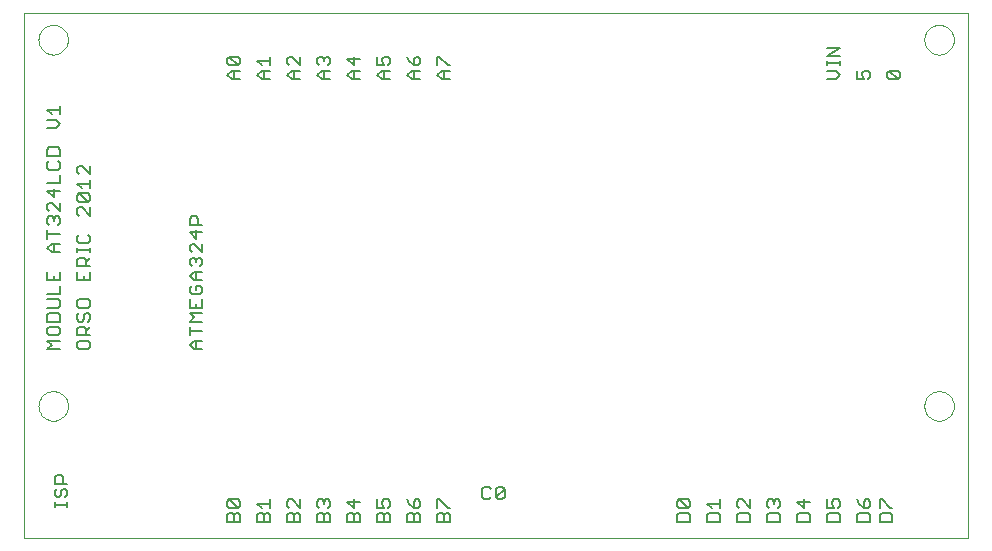
<source format=gto>
G75*
G70*
%OFA0B0*%
%FSLAX24Y24*%
%IPPOS*%
%LPD*%
%AMOC8*
5,1,8,0,0,1.08239X$1,22.5*
%
%ADD10C,0.0000*%
%ADD11C,0.0080*%
D10*
X000181Y000282D02*
X000181Y017782D01*
X031674Y017782D01*
X031674Y000282D01*
X000181Y000282D01*
X000676Y004680D02*
X000678Y004724D01*
X000684Y004768D01*
X000694Y004811D01*
X000707Y004853D01*
X000725Y004893D01*
X000746Y004932D01*
X000770Y004969D01*
X000797Y005004D01*
X000828Y005036D01*
X000861Y005065D01*
X000897Y005091D01*
X000935Y005113D01*
X000975Y005132D01*
X001016Y005148D01*
X001059Y005160D01*
X001102Y005168D01*
X001146Y005172D01*
X001190Y005172D01*
X001234Y005168D01*
X001277Y005160D01*
X001320Y005148D01*
X001361Y005132D01*
X001401Y005113D01*
X001439Y005091D01*
X001475Y005065D01*
X001508Y005036D01*
X001539Y005004D01*
X001566Y004969D01*
X001590Y004932D01*
X001611Y004893D01*
X001629Y004853D01*
X001642Y004811D01*
X001652Y004768D01*
X001658Y004724D01*
X001660Y004680D01*
X001658Y004636D01*
X001652Y004592D01*
X001642Y004549D01*
X001629Y004507D01*
X001611Y004467D01*
X001590Y004428D01*
X001566Y004391D01*
X001539Y004356D01*
X001508Y004324D01*
X001475Y004295D01*
X001439Y004269D01*
X001401Y004247D01*
X001361Y004228D01*
X001320Y004212D01*
X001277Y004200D01*
X001234Y004192D01*
X001190Y004188D01*
X001146Y004188D01*
X001102Y004192D01*
X001059Y004200D01*
X001016Y004212D01*
X000975Y004228D01*
X000935Y004247D01*
X000897Y004269D01*
X000861Y004295D01*
X000828Y004324D01*
X000797Y004356D01*
X000770Y004391D01*
X000746Y004428D01*
X000725Y004467D01*
X000707Y004507D01*
X000694Y004549D01*
X000684Y004592D01*
X000678Y004636D01*
X000676Y004680D01*
X000676Y016885D02*
X000678Y016929D01*
X000684Y016973D01*
X000694Y017016D01*
X000707Y017058D01*
X000725Y017098D01*
X000746Y017137D01*
X000770Y017174D01*
X000797Y017209D01*
X000828Y017241D01*
X000861Y017270D01*
X000897Y017296D01*
X000935Y017318D01*
X000975Y017337D01*
X001016Y017353D01*
X001059Y017365D01*
X001102Y017373D01*
X001146Y017377D01*
X001190Y017377D01*
X001234Y017373D01*
X001277Y017365D01*
X001320Y017353D01*
X001361Y017337D01*
X001401Y017318D01*
X001439Y017296D01*
X001475Y017270D01*
X001508Y017241D01*
X001539Y017209D01*
X001566Y017174D01*
X001590Y017137D01*
X001611Y017098D01*
X001629Y017058D01*
X001642Y017016D01*
X001652Y016973D01*
X001658Y016929D01*
X001660Y016885D01*
X001658Y016841D01*
X001652Y016797D01*
X001642Y016754D01*
X001629Y016712D01*
X001611Y016672D01*
X001590Y016633D01*
X001566Y016596D01*
X001539Y016561D01*
X001508Y016529D01*
X001475Y016500D01*
X001439Y016474D01*
X001401Y016452D01*
X001361Y016433D01*
X001320Y016417D01*
X001277Y016405D01*
X001234Y016397D01*
X001190Y016393D01*
X001146Y016393D01*
X001102Y016397D01*
X001059Y016405D01*
X001016Y016417D01*
X000975Y016433D01*
X000935Y016452D01*
X000897Y016474D01*
X000861Y016500D01*
X000828Y016529D01*
X000797Y016561D01*
X000770Y016596D01*
X000746Y016633D01*
X000725Y016672D01*
X000707Y016712D01*
X000694Y016754D01*
X000684Y016797D01*
X000678Y016841D01*
X000676Y016885D01*
X030203Y016885D02*
X030205Y016929D01*
X030211Y016973D01*
X030221Y017016D01*
X030234Y017058D01*
X030252Y017098D01*
X030273Y017137D01*
X030297Y017174D01*
X030324Y017209D01*
X030355Y017241D01*
X030388Y017270D01*
X030424Y017296D01*
X030462Y017318D01*
X030502Y017337D01*
X030543Y017353D01*
X030586Y017365D01*
X030629Y017373D01*
X030673Y017377D01*
X030717Y017377D01*
X030761Y017373D01*
X030804Y017365D01*
X030847Y017353D01*
X030888Y017337D01*
X030928Y017318D01*
X030966Y017296D01*
X031002Y017270D01*
X031035Y017241D01*
X031066Y017209D01*
X031093Y017174D01*
X031117Y017137D01*
X031138Y017098D01*
X031156Y017058D01*
X031169Y017016D01*
X031179Y016973D01*
X031185Y016929D01*
X031187Y016885D01*
X031185Y016841D01*
X031179Y016797D01*
X031169Y016754D01*
X031156Y016712D01*
X031138Y016672D01*
X031117Y016633D01*
X031093Y016596D01*
X031066Y016561D01*
X031035Y016529D01*
X031002Y016500D01*
X030966Y016474D01*
X030928Y016452D01*
X030888Y016433D01*
X030847Y016417D01*
X030804Y016405D01*
X030761Y016397D01*
X030717Y016393D01*
X030673Y016393D01*
X030629Y016397D01*
X030586Y016405D01*
X030543Y016417D01*
X030502Y016433D01*
X030462Y016452D01*
X030424Y016474D01*
X030388Y016500D01*
X030355Y016529D01*
X030324Y016561D01*
X030297Y016596D01*
X030273Y016633D01*
X030252Y016672D01*
X030234Y016712D01*
X030221Y016754D01*
X030211Y016797D01*
X030205Y016841D01*
X030203Y016885D01*
X030203Y004680D02*
X030205Y004724D01*
X030211Y004768D01*
X030221Y004811D01*
X030234Y004853D01*
X030252Y004893D01*
X030273Y004932D01*
X030297Y004969D01*
X030324Y005004D01*
X030355Y005036D01*
X030388Y005065D01*
X030424Y005091D01*
X030462Y005113D01*
X030502Y005132D01*
X030543Y005148D01*
X030586Y005160D01*
X030629Y005168D01*
X030673Y005172D01*
X030717Y005172D01*
X030761Y005168D01*
X030804Y005160D01*
X030847Y005148D01*
X030888Y005132D01*
X030928Y005113D01*
X030966Y005091D01*
X031002Y005065D01*
X031035Y005036D01*
X031066Y005004D01*
X031093Y004969D01*
X031117Y004932D01*
X031138Y004893D01*
X031156Y004853D01*
X031169Y004811D01*
X031179Y004768D01*
X031185Y004724D01*
X031187Y004680D01*
X031185Y004636D01*
X031179Y004592D01*
X031169Y004549D01*
X031156Y004507D01*
X031138Y004467D01*
X031117Y004428D01*
X031093Y004391D01*
X031066Y004356D01*
X031035Y004324D01*
X031002Y004295D01*
X030966Y004269D01*
X030928Y004247D01*
X030888Y004228D01*
X030847Y004212D01*
X030804Y004200D01*
X030761Y004192D01*
X030717Y004188D01*
X030673Y004188D01*
X030629Y004192D01*
X030586Y004200D01*
X030543Y004212D01*
X030502Y004228D01*
X030462Y004247D01*
X030424Y004269D01*
X030388Y004295D01*
X030355Y004324D01*
X030324Y004356D01*
X030297Y004391D01*
X030273Y004428D01*
X030252Y004467D01*
X030234Y004507D01*
X030221Y004549D01*
X030211Y004592D01*
X030205Y004636D01*
X030203Y004680D01*
D11*
X028791Y001563D02*
X029071Y001283D01*
X029141Y001283D01*
X029071Y001102D02*
X028791Y001102D01*
X028721Y001032D01*
X028721Y000822D01*
X029141Y000822D01*
X029141Y001032D01*
X029071Y001102D01*
X028721Y001283D02*
X028721Y001563D01*
X028791Y001563D01*
X028391Y001493D02*
X028321Y001563D01*
X028251Y001563D01*
X028181Y001493D01*
X028181Y001283D01*
X028321Y001283D01*
X028391Y001353D01*
X028391Y001493D01*
X028181Y001283D02*
X028041Y001423D01*
X027971Y001563D01*
X027391Y001493D02*
X027391Y001353D01*
X027321Y001283D01*
X027181Y001283D02*
X027111Y001423D01*
X027111Y001493D01*
X027181Y001563D01*
X027321Y001563D01*
X027391Y001493D01*
X027181Y001283D02*
X026971Y001283D01*
X026971Y001563D01*
X026391Y001493D02*
X025971Y001493D01*
X026181Y001283D01*
X026181Y001563D01*
X026041Y001102D02*
X025971Y001032D01*
X025971Y000822D01*
X026391Y000822D01*
X026391Y001032D01*
X026321Y001102D01*
X026041Y001102D01*
X025391Y001032D02*
X025391Y000822D01*
X024971Y000822D01*
X024971Y001032D01*
X025041Y001102D01*
X025321Y001102D01*
X025391Y001032D01*
X025321Y001283D02*
X025391Y001353D01*
X025391Y001493D01*
X025321Y001563D01*
X025251Y001563D01*
X025181Y001493D01*
X025181Y001423D01*
X025181Y001493D02*
X025111Y001563D01*
X025041Y001563D01*
X024971Y001493D01*
X024971Y001353D01*
X025041Y001283D01*
X024391Y001283D02*
X024391Y001563D01*
X024111Y001563D02*
X024041Y001563D01*
X023971Y001493D01*
X023971Y001353D01*
X024041Y001283D01*
X024041Y001102D02*
X023971Y001032D01*
X023971Y000822D01*
X024391Y000822D01*
X024391Y001032D01*
X024321Y001102D01*
X024041Y001102D01*
X024391Y001283D02*
X024111Y001563D01*
X023391Y001563D02*
X023391Y001283D01*
X023391Y001423D02*
X022971Y001423D01*
X023111Y001283D01*
X023041Y001102D02*
X022971Y001032D01*
X022971Y000822D01*
X023391Y000822D01*
X023391Y001032D01*
X023321Y001102D01*
X023041Y001102D01*
X022391Y001032D02*
X022391Y000822D01*
X021971Y000822D01*
X021971Y001032D01*
X022041Y001102D01*
X022321Y001102D01*
X022391Y001032D01*
X022321Y001283D02*
X022041Y001283D01*
X021971Y001353D01*
X021971Y001493D01*
X022041Y001563D01*
X022321Y001283D01*
X022391Y001353D01*
X022391Y001493D01*
X022321Y001563D01*
X022041Y001563D01*
X026971Y001032D02*
X026971Y000822D01*
X027391Y000822D01*
X027391Y001032D01*
X027321Y001102D01*
X027041Y001102D01*
X026971Y001032D01*
X027971Y001032D02*
X027971Y000822D01*
X028391Y000822D01*
X028391Y001032D01*
X028321Y001102D01*
X028041Y001102D01*
X027971Y001032D01*
X016212Y001642D02*
X016142Y001572D01*
X016002Y001572D01*
X015932Y001642D01*
X016212Y001922D01*
X016212Y001642D01*
X015932Y001642D02*
X015932Y001922D01*
X016002Y001993D01*
X016142Y001993D01*
X016212Y001922D01*
X015752Y001922D02*
X015682Y001993D01*
X015541Y001993D01*
X015471Y001922D01*
X015471Y001642D01*
X015541Y001572D01*
X015682Y001572D01*
X015752Y001642D01*
X014391Y001283D02*
X014321Y001283D01*
X014041Y001563D01*
X013971Y001563D01*
X013971Y001283D01*
X014041Y001102D02*
X013971Y001032D01*
X013971Y000822D01*
X014391Y000822D01*
X014391Y001032D01*
X014321Y001102D01*
X014251Y001102D01*
X014181Y001032D01*
X014181Y000822D01*
X014181Y001032D02*
X014111Y001102D01*
X014041Y001102D01*
X013391Y001032D02*
X013391Y000822D01*
X012971Y000822D01*
X012971Y001032D01*
X013041Y001102D01*
X013111Y001102D01*
X013181Y001032D01*
X013181Y000822D01*
X013181Y001032D02*
X013251Y001102D01*
X013321Y001102D01*
X013391Y001032D01*
X013321Y001283D02*
X013391Y001353D01*
X013391Y001493D01*
X013321Y001563D01*
X013251Y001563D01*
X013181Y001493D01*
X013181Y001283D01*
X013321Y001283D01*
X013181Y001283D02*
X013041Y001423D01*
X012971Y001563D01*
X012391Y001493D02*
X012391Y001353D01*
X012321Y001283D01*
X012181Y001283D02*
X012111Y001423D01*
X012111Y001493D01*
X012181Y001563D01*
X012321Y001563D01*
X012391Y001493D01*
X012181Y001283D02*
X011971Y001283D01*
X011971Y001563D01*
X011391Y001493D02*
X010971Y001493D01*
X011181Y001283D01*
X011181Y001563D01*
X011111Y001102D02*
X011181Y001032D01*
X011181Y000822D01*
X011391Y000822D02*
X010971Y000822D01*
X010971Y001032D01*
X011041Y001102D01*
X011111Y001102D01*
X011181Y001032D02*
X011251Y001102D01*
X011321Y001102D01*
X011391Y001032D01*
X011391Y000822D01*
X011971Y000822D02*
X011971Y001032D01*
X012041Y001102D01*
X012111Y001102D01*
X012181Y001032D01*
X012181Y000822D01*
X012391Y000822D02*
X011971Y000822D01*
X012181Y001032D02*
X012251Y001102D01*
X012321Y001102D01*
X012391Y001032D01*
X012391Y000822D01*
X010391Y000822D02*
X010391Y001032D01*
X010321Y001102D01*
X010251Y001102D01*
X010181Y001032D01*
X010181Y000822D01*
X009971Y000822D02*
X009971Y001032D01*
X010041Y001102D01*
X010111Y001102D01*
X010181Y001032D01*
X010041Y001283D02*
X009971Y001353D01*
X009971Y001493D01*
X010041Y001563D01*
X010111Y001563D01*
X010181Y001493D01*
X010251Y001563D01*
X010321Y001563D01*
X010391Y001493D01*
X010391Y001353D01*
X010321Y001283D01*
X010181Y001423D02*
X010181Y001493D01*
X009391Y001563D02*
X009391Y001283D01*
X009111Y001563D01*
X009041Y001563D01*
X008971Y001493D01*
X008971Y001353D01*
X009041Y001283D01*
X009041Y001102D02*
X009111Y001102D01*
X009181Y001032D01*
X009181Y000822D01*
X008971Y000822D02*
X008971Y001032D01*
X009041Y001102D01*
X009181Y001032D02*
X009251Y001102D01*
X009321Y001102D01*
X009391Y001032D01*
X009391Y000822D01*
X008971Y000822D01*
X008391Y000822D02*
X008391Y001032D01*
X008321Y001102D01*
X008251Y001102D01*
X008181Y001032D01*
X008181Y000822D01*
X007971Y000822D02*
X007971Y001032D01*
X008041Y001102D01*
X008111Y001102D01*
X008181Y001032D01*
X008111Y001283D02*
X007971Y001423D01*
X008391Y001423D01*
X008391Y001283D02*
X008391Y001563D01*
X007391Y001493D02*
X007391Y001353D01*
X007321Y001283D01*
X007041Y001563D01*
X007321Y001563D01*
X007391Y001493D01*
X007321Y001283D02*
X007041Y001283D01*
X006971Y001353D01*
X006971Y001493D01*
X007041Y001563D01*
X007041Y001102D02*
X006971Y001032D01*
X006971Y000822D01*
X007391Y000822D01*
X007391Y001032D01*
X007321Y001102D01*
X007251Y001102D01*
X007181Y001032D01*
X007181Y000822D01*
X007181Y001032D02*
X007111Y001102D01*
X007041Y001102D01*
X007971Y000822D02*
X008391Y000822D01*
X009971Y000822D02*
X010391Y000822D01*
X001641Y001322D02*
X001641Y001462D01*
X001641Y001392D02*
X001221Y001392D01*
X001221Y001322D02*
X001221Y001462D01*
X001291Y001629D02*
X001361Y001629D01*
X001431Y001699D01*
X001431Y001839D01*
X001501Y001909D01*
X001571Y001909D01*
X001641Y001839D01*
X001641Y001699D01*
X001571Y001629D01*
X001291Y001629D02*
X001221Y001699D01*
X001221Y001839D01*
X001291Y001909D01*
X001221Y002089D02*
X001221Y002300D01*
X001291Y002370D01*
X001431Y002370D01*
X001501Y002300D01*
X001501Y002089D01*
X001641Y002089D02*
X001221Y002089D01*
X001391Y006572D02*
X000971Y006572D01*
X001111Y006712D01*
X000971Y006852D01*
X001391Y006852D01*
X001321Y007033D02*
X001041Y007033D01*
X000971Y007103D01*
X000971Y007243D01*
X001041Y007313D01*
X001321Y007313D01*
X001391Y007243D01*
X001391Y007103D01*
X001321Y007033D01*
X001391Y007493D02*
X000971Y007493D01*
X000971Y007703D01*
X001041Y007773D01*
X001321Y007773D01*
X001391Y007703D01*
X001391Y007493D01*
X001971Y007563D02*
X002041Y007493D01*
X002111Y007493D01*
X002181Y007563D01*
X002181Y007703D01*
X002251Y007773D01*
X002321Y007773D01*
X002391Y007703D01*
X002391Y007563D01*
X002321Y007493D01*
X002391Y007313D02*
X002251Y007173D01*
X002251Y007243D02*
X002251Y007033D01*
X002391Y007033D02*
X001971Y007033D01*
X001971Y007243D01*
X002041Y007313D01*
X002181Y007313D01*
X002251Y007243D01*
X002321Y006852D02*
X002041Y006852D01*
X001971Y006782D01*
X001971Y006642D01*
X002041Y006572D01*
X002321Y006572D01*
X002391Y006642D01*
X002391Y006782D01*
X002321Y006852D01*
X001971Y007563D02*
X001971Y007703D01*
X002041Y007773D01*
X002041Y007953D02*
X002321Y007953D01*
X002391Y008023D01*
X002391Y008163D01*
X002321Y008234D01*
X002041Y008234D01*
X001971Y008163D01*
X001971Y008023D01*
X002041Y007953D01*
X001391Y008023D02*
X001391Y008163D01*
X001321Y008234D01*
X000971Y008234D01*
X000971Y008414D02*
X001391Y008414D01*
X001391Y008694D01*
X001391Y008874D02*
X000971Y008874D01*
X000971Y009154D01*
X001181Y009014D02*
X001181Y008874D01*
X001391Y008874D02*
X001391Y009154D01*
X001971Y009154D02*
X001971Y008874D01*
X002391Y008874D01*
X002391Y009154D01*
X002391Y009334D02*
X001971Y009334D01*
X001971Y009544D01*
X002041Y009615D01*
X002181Y009615D01*
X002251Y009544D01*
X002251Y009334D01*
X002251Y009474D02*
X002391Y009615D01*
X002391Y009795D02*
X002391Y009935D01*
X002391Y009865D02*
X001971Y009865D01*
X001971Y009795D02*
X001971Y009935D01*
X002041Y010102D02*
X002321Y010102D01*
X002391Y010172D01*
X002391Y010312D01*
X002321Y010382D01*
X002041Y010382D02*
X001971Y010312D01*
X001971Y010172D01*
X002041Y010102D01*
X001391Y010075D02*
X001111Y010075D01*
X000971Y009935D01*
X001111Y009795D01*
X001391Y009795D01*
X001181Y009795D02*
X001181Y010075D01*
X000971Y010255D02*
X000971Y010535D01*
X000971Y010395D02*
X001391Y010395D01*
X001321Y010715D02*
X001391Y010785D01*
X001391Y010926D01*
X001321Y010996D01*
X001251Y010996D01*
X001181Y010926D01*
X001181Y010856D01*
X001181Y010926D02*
X001111Y010996D01*
X001041Y010996D01*
X000971Y010926D01*
X000971Y010785D01*
X001041Y010715D01*
X001041Y011176D02*
X000971Y011246D01*
X000971Y011386D01*
X001041Y011456D01*
X001111Y011456D01*
X001391Y011176D01*
X001391Y011456D01*
X001181Y011636D02*
X001181Y011916D01*
X000971Y011846D02*
X001181Y011636D01*
X001391Y011846D02*
X000971Y011846D01*
X000971Y012096D02*
X001391Y012096D01*
X001391Y012377D01*
X001321Y012557D02*
X001041Y012557D01*
X000971Y012627D01*
X000971Y012767D01*
X001041Y012837D01*
X000971Y013017D02*
X000971Y013227D01*
X001041Y013297D01*
X001321Y013297D01*
X001391Y013227D01*
X001391Y013017D01*
X000971Y013017D01*
X001321Y012837D02*
X001391Y012767D01*
X001391Y012627D01*
X001321Y012557D01*
X001971Y012614D02*
X001971Y012473D01*
X002041Y012403D01*
X002111Y012684D02*
X002391Y012403D01*
X002391Y012684D01*
X002111Y012684D02*
X002041Y012684D01*
X001971Y012614D01*
X002391Y012223D02*
X002391Y011943D01*
X002391Y012083D02*
X001971Y012083D01*
X002111Y011943D01*
X002041Y011763D02*
X002321Y011483D01*
X002391Y011553D01*
X002391Y011693D01*
X002321Y011763D01*
X002041Y011763D01*
X001971Y011693D01*
X001971Y011553D01*
X002041Y011483D01*
X002321Y011483D01*
X002391Y011303D02*
X002391Y011022D01*
X002111Y011303D01*
X002041Y011303D01*
X001971Y011232D01*
X001971Y011092D01*
X002041Y011022D01*
X002181Y009014D02*
X002181Y008874D01*
X001391Y008023D02*
X001321Y007953D01*
X000971Y007953D01*
X005721Y007953D02*
X006141Y007953D01*
X006141Y008234D01*
X006071Y008414D02*
X005791Y008414D01*
X005721Y008484D01*
X005721Y008624D01*
X005791Y008694D01*
X005931Y008694D02*
X005931Y008554D01*
X005931Y008694D02*
X006071Y008694D01*
X006141Y008624D01*
X006141Y008484D01*
X006071Y008414D01*
X005931Y008093D02*
X005931Y007953D01*
X005721Y007953D02*
X005721Y008234D01*
X005721Y007773D02*
X006141Y007773D01*
X005861Y007633D02*
X005721Y007773D01*
X005861Y007633D02*
X005721Y007493D01*
X006141Y007493D01*
X006141Y007173D02*
X005721Y007173D01*
X005721Y007033D02*
X005721Y007313D01*
X005861Y006852D02*
X006141Y006852D01*
X005931Y006852D02*
X005931Y006572D01*
X005861Y006572D02*
X005721Y006712D01*
X005861Y006852D01*
X005861Y006572D02*
X006141Y006572D01*
X006141Y008874D02*
X005861Y008874D01*
X005721Y009014D01*
X005861Y009154D01*
X006141Y009154D01*
X006071Y009334D02*
X006141Y009404D01*
X006141Y009544D01*
X006071Y009615D01*
X006001Y009615D01*
X005931Y009544D01*
X005931Y009474D01*
X005931Y009544D02*
X005861Y009615D01*
X005791Y009615D01*
X005721Y009544D01*
X005721Y009404D01*
X005791Y009334D01*
X005931Y009154D02*
X005931Y008874D01*
X005791Y009795D02*
X005721Y009865D01*
X005721Y010005D01*
X005791Y010075D01*
X005861Y010075D01*
X006141Y009795D01*
X006141Y010075D01*
X005931Y010255D02*
X005931Y010535D01*
X006001Y010715D02*
X006001Y010926D01*
X005931Y010996D01*
X005791Y010996D01*
X005721Y010926D01*
X005721Y010715D01*
X006141Y010715D01*
X006141Y010465D02*
X005721Y010465D01*
X005931Y010255D01*
X001391Y014078D02*
X001251Y013938D01*
X000971Y013938D01*
X000971Y014218D02*
X001251Y014218D01*
X001391Y014078D01*
X001391Y014398D02*
X001391Y014678D01*
X001391Y014538D02*
X000971Y014538D01*
X001111Y014398D01*
X006971Y015712D02*
X007111Y015852D01*
X007391Y015852D01*
X007321Y016033D02*
X007041Y016313D01*
X007321Y016313D01*
X007391Y016243D01*
X007391Y016103D01*
X007321Y016033D01*
X007041Y016033D01*
X006971Y016103D01*
X006971Y016243D01*
X007041Y016313D01*
X007181Y015852D02*
X007181Y015572D01*
X007111Y015572D02*
X006971Y015712D01*
X007111Y015572D02*
X007391Y015572D01*
X007971Y015712D02*
X008111Y015852D01*
X008391Y015852D01*
X008391Y016033D02*
X008391Y016313D01*
X008391Y016173D02*
X007971Y016173D01*
X008111Y016033D01*
X008181Y015852D02*
X008181Y015572D01*
X008111Y015572D02*
X007971Y015712D01*
X008111Y015572D02*
X008391Y015572D01*
X008971Y015712D02*
X009111Y015852D01*
X009391Y015852D01*
X009391Y016033D02*
X009111Y016313D01*
X009041Y016313D01*
X008971Y016243D01*
X008971Y016103D01*
X009041Y016033D01*
X009181Y015852D02*
X009181Y015572D01*
X009111Y015572D02*
X008971Y015712D01*
X009111Y015572D02*
X009391Y015572D01*
X009971Y015712D02*
X010111Y015852D01*
X010391Y015852D01*
X010321Y016033D02*
X010391Y016103D01*
X010391Y016243D01*
X010321Y016313D01*
X010251Y016313D01*
X010181Y016243D01*
X010181Y016173D01*
X010181Y016243D02*
X010111Y016313D01*
X010041Y016313D01*
X009971Y016243D01*
X009971Y016103D01*
X010041Y016033D01*
X010181Y015852D02*
X010181Y015572D01*
X010111Y015572D02*
X009971Y015712D01*
X010111Y015572D02*
X010391Y015572D01*
X010971Y015712D02*
X011111Y015852D01*
X011391Y015852D01*
X011181Y015852D02*
X011181Y015572D01*
X011111Y015572D02*
X011391Y015572D01*
X011111Y015572D02*
X010971Y015712D01*
X011181Y016033D02*
X011181Y016313D01*
X011391Y016243D02*
X010971Y016243D01*
X011181Y016033D01*
X011971Y016033D02*
X012181Y016033D01*
X012111Y016173D01*
X012111Y016243D01*
X012181Y016313D01*
X012321Y016313D01*
X012391Y016243D01*
X012391Y016103D01*
X012321Y016033D01*
X012391Y015852D02*
X012111Y015852D01*
X011971Y015712D01*
X012111Y015572D01*
X012391Y015572D01*
X012181Y015572D02*
X012181Y015852D01*
X011971Y016033D02*
X011971Y016313D01*
X012971Y016313D02*
X013041Y016173D01*
X013181Y016033D01*
X013181Y016243D01*
X013251Y016313D01*
X013321Y016313D01*
X013391Y016243D01*
X013391Y016103D01*
X013321Y016033D01*
X013181Y016033D01*
X013181Y015852D02*
X013181Y015572D01*
X013111Y015572D02*
X012971Y015712D01*
X013111Y015852D01*
X013391Y015852D01*
X013971Y015712D02*
X014111Y015852D01*
X014391Y015852D01*
X014391Y016033D02*
X014321Y016033D01*
X014041Y016313D01*
X013971Y016313D01*
X013971Y016033D01*
X014181Y015852D02*
X014181Y015572D01*
X014111Y015572D02*
X013971Y015712D01*
X014111Y015572D02*
X014391Y015572D01*
X013391Y015572D02*
X013111Y015572D01*
X009391Y016033D02*
X009391Y016313D01*
X026971Y016339D02*
X027391Y016620D01*
X026971Y016620D01*
X026971Y016339D02*
X027391Y016339D01*
X027391Y016173D02*
X027391Y016033D01*
X027391Y016103D02*
X026971Y016103D01*
X026971Y016033D02*
X026971Y016173D01*
X026971Y015852D02*
X027251Y015852D01*
X027391Y015712D01*
X027251Y015572D01*
X026971Y015572D01*
X027971Y015572D02*
X028181Y015572D01*
X028111Y015712D01*
X028111Y015782D01*
X028181Y015852D01*
X028321Y015852D01*
X028391Y015782D01*
X028391Y015642D01*
X028321Y015572D01*
X027971Y015572D02*
X027971Y015852D01*
X028971Y015782D02*
X029041Y015852D01*
X029321Y015572D01*
X029391Y015642D01*
X029391Y015782D01*
X029321Y015852D01*
X029041Y015852D01*
X028971Y015782D02*
X028971Y015642D01*
X029041Y015572D01*
X029321Y015572D01*
M02*

</source>
